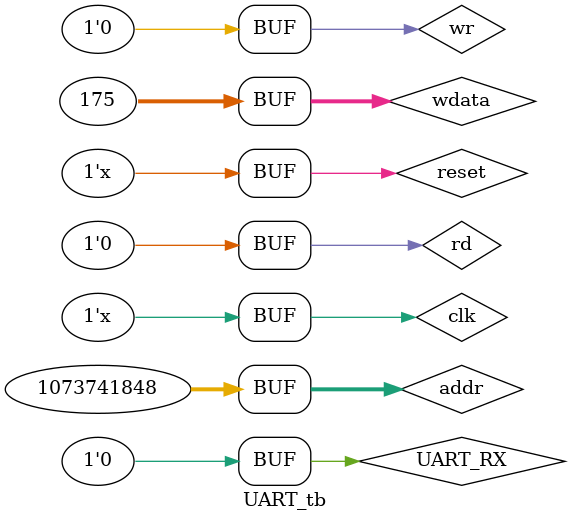
<source format=v>
`timescale 1ns/1ns

module UART_tb;

reg UART_RX,clk,reset;
reg rd;
reg wr;
reg [31:0] addr;
reg [31:0] wdata;
wire UART_TX;
wire [7:0] led;
wire [7:0] switch;
wire [11:0] digi;
wire [31:0] rdata;

Peripheral Peripheral0(reset,clk,rd,wr,addr,wdata,rdata,led,switch,digi,irqout,UART_TX,UART_RX);

initial begin
	UART_RX <= 0;
	clk <= 0;
	reset <= 1;
	rd <= 0;
	wr <= 0;
	#5 reset <= ~reset;
	#5 reset <= ~reset;
	#20 begin
		wr <= 1;
		rd <= 0;
		addr <= 32'h40000018;
		wdata <= {23'b0,8'b10101111};
	end

	#20 begin
		wr <= 0;
		rd <= 0;
		addr <= 32'h40000018;
		wdata <= {23'b0,8'b10101111};	
	end
end



always #10 clk <= ~clk;

always begin
	#104166 UART_RX <= 1;
	#104166 UART_RX <= 0;
	#104166 UART_RX <= 1;
	#104166 UART_RX <= 0;
	#104166 UART_RX <= 1;
	#104166 UART_RX <= 1;
	#104166 UART_RX <= 0;
	#104166 UART_RX <= 0;
	#104166 UART_RX <= 1;
	
	#200000 UART_RX <= 0;
	#104166 UART_RX <= 1;
	#104166 UART_RX <= 1;
	#104166 UART_RX <= 1;
	#104166 UART_RX <= 0;
	#104166 UART_RX <= 1;
	#104166 UART_RX <= 1;
	#104166 UART_RX <= 1;
	#104166 UART_RX <= 1;
	#104166 UART_RX <= 1;
	#104166 UART_RX <= 1;
	#104166 UART_RX <= 0;
end



endmodule
</source>
